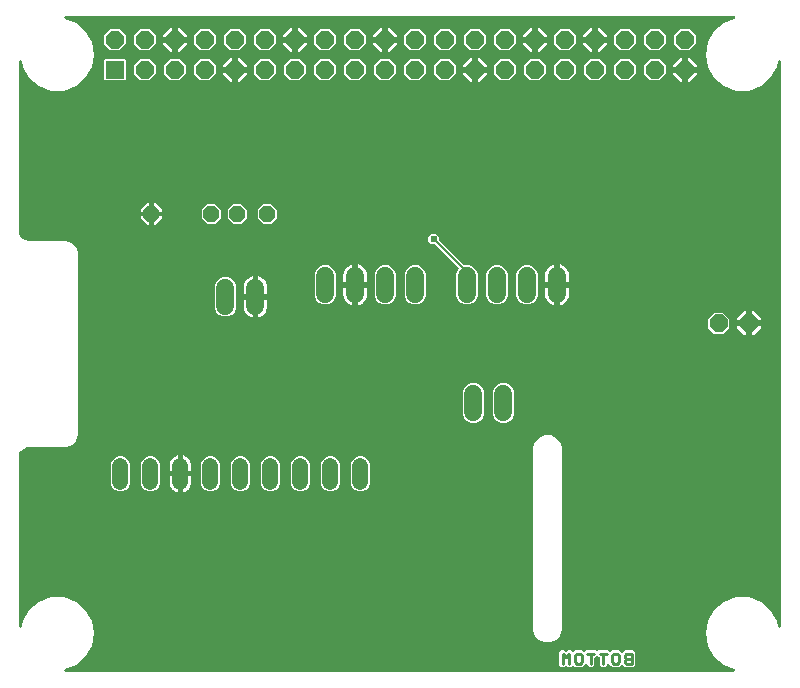
<source format=gbr>
G04 This is an RS-274x file exported by *
G04 gerbv version 2.6A *
G04 More information is available about gerbv at *
G04 http://gerbv.geda-project.org/ *
G04 --End of header info--*
%MOIN*%
%FSLAX34Y34*%
%IPPOS*%
%INBottom Copper*%
G04 --Define apertures--*
%ADD10C,0.0100*%
%ADD11R,0.0600X0.0600*%
%ADD12P,0.0649X8.0000X22.5000*%
%ADD13P,0.0649X8.0000X112.5000*%
%ADD14C,0.0520*%
%ADD15P,0.0563X8.0000X22.5000*%
%ADD16C,0.0594*%
%ADD17C,0.0060*%
%ADD18C,0.0240*%
G04 --Start main section--*
G36*
G01X0023932Y0000101D02*
G01X0023932Y0000101D01*
G01X0023936Y0000101D01*
G01X0023938Y0000101D01*
G01X0023941Y0000102D01*
G01X0023944Y0000103D01*
G01X0023948Y0000104D01*
G01X0023950Y0000105D01*
G01X0023952Y0000106D01*
G01X0023955Y0000108D01*
G01X0023959Y0000110D01*
G01X0023960Y0000112D01*
G01X0023962Y0000114D01*
G01X0023965Y0000116D01*
G01X0023968Y0000119D01*
G01X0023969Y0000121D01*
G01X0023970Y0000123D01*
G01X0023972Y0000127D01*
G01X0023974Y0000130D01*
G01X0023975Y0000132D01*
G01X0023976Y0000135D01*
G01X0023976Y0000138D01*
G01X0023978Y0000142D01*
G01X0023978Y0000144D01*
G01X0023978Y0000147D01*
G01X0023978Y0000151D01*
G01X0023978Y0000154D01*
G01X0023977Y0000157D01*
G01X0023977Y0000159D01*
G01X0023976Y0000163D01*
G01X0023975Y0000167D01*
G01X0023974Y0000169D01*
G01X0023973Y0000171D01*
G01X0023971Y0000174D01*
G01X0023970Y0000178D01*
G01X0023968Y0000180D01*
G01X0023967Y0000182D01*
G01X0023964Y0000184D01*
G01X0023961Y0000187D01*
G01X0023959Y0000189D01*
G01X0023958Y0000190D01*
G01X0023954Y0000192D01*
G01X0023951Y0000194D01*
G01X0023947Y0000196D01*
G01X0023947Y0000196D01*
G01X0023946Y0000197D01*
G01X0023945Y0000197D01*
G01X0023603Y0000322D01*
G01X0023278Y0000594D01*
G01X0023066Y0000961D01*
G01X0022993Y0001378D01*
G01X0023066Y0001795D01*
G01X0023278Y0002162D01*
G01X0023603Y0002434D01*
G01X0024001Y0002579D01*
G01X0024424Y0002579D01*
G01X0024822Y0002434D01*
G01X0025147Y0002162D01*
G01X0025359Y0001795D01*
G01X0025391Y0001610D01*
G01X0025392Y0001609D01*
G01X0025392Y0001607D01*
G01X0025394Y0001603D01*
G01X0025395Y0001598D01*
G01X0025396Y0001597D01*
G01X0025397Y0001595D01*
G01X0025399Y0001591D01*
G01X0025402Y0001588D01*
G01X0025403Y0001586D01*
G01X0025404Y0001585D01*
G01X0025407Y0001582D01*
G01X0025411Y0001579D01*
G01X0025412Y0001578D01*
G01X0025414Y0001577D01*
G01X0025418Y0001575D01*
G01X0025421Y0001573D01*
G01X0025423Y0001572D01*
G01X0025425Y0001572D01*
G01X0025429Y0001571D01*
G01X0025434Y0001570D01*
G01X0025436Y0001570D01*
G01X0025437Y0001569D01*
G01X0025442Y0001569D01*
G01X0025446Y0001569D01*
G01X0025448Y0001570D01*
G01X0025450Y0001570D01*
G01X0025454Y0001571D01*
G01X0025458Y0001572D01*
G01X0025460Y0001573D01*
G01X0025462Y0001574D01*
G01X0025465Y0001576D01*
G01X0025469Y0001578D01*
G01X0025471Y0001580D01*
G01X0025472Y0001581D01*
G01X0025475Y0001584D01*
G01X0025479Y0001587D01*
G01X0025480Y0001588D01*
G01X0025481Y0001590D01*
G01X0025483Y0001593D01*
G01X0025485Y0001597D01*
G01X0025486Y0001599D01*
G01X0025487Y0001601D01*
G01X0025488Y0001605D01*
G01X0025489Y0001609D01*
G01X0025490Y0001611D01*
G01X0025490Y0001613D01*
G01X0025491Y0001619D01*
G01X0025491Y0020428D01*
G01X0025490Y0020430D01*
G01X0025490Y0020432D01*
G01X0025489Y0020436D01*
G01X0025489Y0020441D01*
G01X0025488Y0020442D01*
G01X0025488Y0020444D01*
G01X0025486Y0020448D01*
G01X0025484Y0020452D01*
G01X0025483Y0020454D01*
G01X0025482Y0020456D01*
G01X0025480Y0020459D01*
G01X0025477Y0020462D01*
G01X0025476Y0020464D01*
G01X0025474Y0020465D01*
G01X0025471Y0020468D01*
G01X0025467Y0020470D01*
G01X0025466Y0020471D01*
G01X0025464Y0020472D01*
G01X0025460Y0020474D01*
G01X0025456Y0020476D01*
G01X0025454Y0020476D01*
G01X0025452Y0020477D01*
G01X0025448Y0020477D01*
G01X0025444Y0020478D01*
G01X0025442Y0020478D01*
G01X0025440Y0020478D01*
G01X0025436Y0020478D01*
G01X0025431Y0020477D01*
G01X0025429Y0020477D01*
G01X0025427Y0020476D01*
G01X0025423Y0020475D01*
G01X0025419Y0020473D01*
G01X0025418Y0020472D01*
G01X0025416Y0020472D01*
G01X0025412Y0020469D01*
G01X0025409Y0020467D01*
G01X0025407Y0020465D01*
G01X0025406Y0020464D01*
G01X0025403Y0020461D01*
G01X0025400Y0020458D01*
G01X0025399Y0020456D01*
G01X0025398Y0020454D01*
G01X0025396Y0020450D01*
G01X0025394Y0020447D01*
G01X0025394Y0020445D01*
G01X0025393Y0020443D01*
G01X0025391Y0020437D01*
G01X0025359Y0020252D01*
G01X0025147Y0019885D01*
G01X0024822Y0019613D01*
G01X0024424Y0019468D01*
G01X0024001Y0019468D01*
G01X0023603Y0019613D01*
G01X0023278Y0019885D01*
G01X0023066Y0020252D01*
G01X0022993Y0020669D01*
G01X0023066Y0021086D01*
G01X0023278Y0021453D01*
G01X0023603Y0021726D01*
G01X0023945Y0021850D01*
G01X0023949Y0021852D01*
G01X0023952Y0021853D01*
G01X0023954Y0021855D01*
G01X0023956Y0021856D01*
G01X0023959Y0021859D01*
G01X0023962Y0021861D01*
G01X0023964Y0021863D01*
G01X0023966Y0021864D01*
G01X0023968Y0021867D01*
G01X0023970Y0021870D01*
G01X0023971Y0021873D01*
G01X0023973Y0021875D01*
G01X0023974Y0021878D01*
G01X0023976Y0021882D01*
G01X0023976Y0021884D01*
G01X0023977Y0021886D01*
G01X0023977Y0021890D01*
G01X0023978Y0021894D01*
G01X0023978Y0021897D01*
G01X0023978Y0021899D01*
G01X0023978Y0021903D01*
G01X0023977Y0021907D01*
G01X0023977Y0021909D01*
G01X0023976Y0021911D01*
G01X0023975Y0021915D01*
G01X0023973Y0021918D01*
G01X0023972Y0021921D01*
G01X0023971Y0021923D01*
G01X0023969Y0021926D01*
G01X0023967Y0021929D01*
G01X0023965Y0021931D01*
G01X0023963Y0021933D01*
G01X0023960Y0021935D01*
G01X0023958Y0021938D01*
G01X0023955Y0021939D01*
G01X0023954Y0021940D01*
G01X0023950Y0021942D01*
G01X0023947Y0021944D01*
G01X0023944Y0021944D01*
G01X0023942Y0021945D01*
G01X0023938Y0021946D01*
G01X0023935Y0021947D01*
G01X0023930Y0021947D01*
G01X0023930Y0021947D01*
G01X0023929Y0021947D01*
G01X0023928Y0021947D01*
G01X0001662Y0021947D01*
G01X0001659Y0021947D01*
G01X0001655Y0021947D01*
G01X0001652Y0021946D01*
G01X0001650Y0021946D01*
G01X0001646Y0021944D01*
G01X0001643Y0021943D01*
G01X0001641Y0021942D01*
G01X0001638Y0021941D01*
G01X0001635Y0021939D01*
G01X0001632Y0021937D01*
G01X0001630Y0021935D01*
G01X0001628Y0021934D01*
G01X0001626Y0021931D01*
G01X0001623Y0021928D01*
G01X0001622Y0021926D01*
G01X0001620Y0021924D01*
G01X0001619Y0021921D01*
G01X0001617Y0021917D01*
G01X0001616Y0021915D01*
G01X0001615Y0021913D01*
G01X0001614Y0021909D01*
G01X0001613Y0021905D01*
G01X0001613Y0021903D01*
G01X0001612Y0021900D01*
G01X0001613Y0021897D01*
G01X0001613Y0021893D01*
G01X0001613Y0021890D01*
G01X0001613Y0021888D01*
G01X0001614Y0021884D01*
G01X0001615Y0021881D01*
G01X0001616Y0021878D01*
G01X0001617Y0021876D01*
G01X0001619Y0021873D01*
G01X0001621Y0021869D01*
G01X0001623Y0021868D01*
G01X0001624Y0021865D01*
G01X0001627Y0021863D01*
G01X0001629Y0021860D01*
G01X0001631Y0021859D01*
G01X0001633Y0021857D01*
G01X0001636Y0021855D01*
G01X0001639Y0021853D01*
G01X0001643Y0021851D01*
G01X0001644Y0021851D01*
G01X0001644Y0021851D01*
G01X0001645Y0021850D01*
G01X0001988Y0021726D01*
G01X0002312Y0021453D01*
G01X0002524Y0021086D01*
G01X0002598Y0020669D01*
G01X0002524Y0020252D01*
G01X0002312Y0019885D01*
G01X0001988Y0019613D01*
G01X0001590Y0019468D01*
G01X0001166Y0019468D01*
G01X0000768Y0019613D01*
G01X0000444Y0019885D01*
G01X0000232Y0020252D01*
G01X0000199Y0020437D01*
G01X0000199Y0020439D01*
G01X0000198Y0020441D01*
G01X0000197Y0020445D01*
G01X0000196Y0020449D01*
G01X0000194Y0020450D01*
G01X0000194Y0020452D01*
G01X0000191Y0020456D01*
G01X0000189Y0020459D01*
G01X0000188Y0020461D01*
G01X0000186Y0020462D01*
G01X0000183Y0020465D01*
G01X0000180Y0020468D01*
G01X0000178Y0020469D01*
G01X0000177Y0020470D01*
G01X0000173Y0020472D01*
G01X0000169Y0020474D01*
G01X0000167Y0020475D01*
G01X0000165Y0020476D01*
G01X0000161Y0020476D01*
G01X0000157Y0020478D01*
G01X0000155Y0020478D01*
G01X0000153Y0020478D01*
G01X0000149Y0020478D01*
G01X0000144Y0020478D01*
G01X0000143Y0020477D01*
G01X0000141Y0020477D01*
G01X0000137Y0020476D01*
G01X0000132Y0020475D01*
G01X0000131Y0020474D01*
G01X0000129Y0020473D01*
G01X0000125Y0020471D01*
G01X0000121Y0020469D01*
G01X0000120Y0020468D01*
G01X0000118Y0020467D01*
G01X0000115Y0020464D01*
G01X0000112Y0020461D01*
G01X0000111Y0020459D01*
G01X0000110Y0020458D01*
G01X0000108Y0020454D01*
G01X0000105Y0020450D01*
G01X0000104Y0020448D01*
G01X0000104Y0020447D01*
G01X0000102Y0020442D01*
G01X0000101Y0020438D01*
G01X0000101Y0020436D01*
G01X0000100Y0020434D01*
G01X0000100Y0020428D01*
G01X0000100Y0014764D01*
G01X0000100Y0014763D01*
G01X0000100Y0014759D01*
G01X0000105Y0014711D01*
G01X0000106Y0014707D01*
G01X0000106Y0014703D01*
G01X0000108Y0014700D01*
G01X0000108Y0014699D01*
G01X0000108Y0014699D01*
G01X0000109Y0014697D01*
G01X0000145Y0014609D01*
G01X0000145Y0014609D01*
G01X0000145Y0014609D01*
G01X0000148Y0014603D01*
G01X0000151Y0014598D01*
G01X0000151Y0014598D01*
G01X0000152Y0014598D01*
G01X0000156Y0014593D01*
G01X0000223Y0014526D01*
G01X0000223Y0014526D01*
G01X0000224Y0014525D01*
G01X0000228Y0014522D01*
G01X0000233Y0014518D01*
G01X0000233Y0014518D01*
G01X0000234Y0014518D01*
G01X0000239Y0014515D01*
G01X0000327Y0014479D01*
G01X0000331Y0014477D01*
G01X0000335Y0014476D01*
G01X0000338Y0014476D01*
G01X0000339Y0014475D01*
G01X0000340Y0014475D01*
G01X0000341Y0014475D01*
G01X0000389Y0014470D01*
G01X0000390Y0014470D01*
G01X0000394Y0014470D01*
G01X0001673Y0014470D01*
G01X0001854Y0014395D01*
G01X0001993Y0014256D01*
G01X0002069Y0014075D01*
G01X0002069Y0007973D01*
G01X0001993Y0007791D01*
G01X0001854Y0007652D01*
G01X0001673Y0007577D01*
G01X0000394Y0007577D01*
G01X0000393Y0007577D01*
G01X0000389Y0007577D01*
G01X0000341Y0007572D01*
G01X0000337Y0007571D01*
G01X0000333Y0007571D01*
G01X0000330Y0007570D01*
G01X0000329Y0007569D01*
G01X0000329Y0007569D01*
G01X0000327Y0007569D01*
G01X0000239Y0007532D01*
G01X0000239Y0007532D01*
G01X0000239Y0007532D01*
G01X0000233Y0007529D01*
G01X0000228Y0007526D01*
G01X0000228Y0007526D01*
G01X0000228Y0007526D01*
G01X0000223Y0007521D01*
G01X0000156Y0007454D01*
G01X0000156Y0007454D01*
G01X0000155Y0007454D01*
G01X0000152Y0007449D01*
G01X0000148Y0007444D01*
G01X0000148Y0007444D01*
G01X0000148Y0007444D01*
G01X0000145Y0007438D01*
G01X0000109Y0007350D01*
G01X0000107Y0007346D01*
G01X0000106Y0007342D01*
G01X0000105Y0007339D01*
G01X0000105Y0007338D01*
G01X0000105Y0007337D01*
G01X0000105Y0007336D01*
G01X0000100Y0007288D01*
G01X0000100Y0007288D01*
G01X0000100Y0007283D01*
G01X0000100Y0001619D01*
G01X0000100Y0001617D01*
G01X0000100Y0001615D01*
G01X0000101Y0001611D01*
G01X0000102Y0001607D01*
G01X0000102Y0001605D01*
G01X0000103Y0001603D01*
G01X0000105Y0001599D01*
G01X0000106Y0001595D01*
G01X0000107Y0001593D01*
G01X0000108Y0001592D01*
G01X0000111Y0001588D01*
G01X0000114Y0001585D01*
G01X0000115Y0001584D01*
G01X0000116Y0001582D01*
G01X0000120Y0001580D01*
G01X0000123Y0001577D01*
G01X0000125Y0001576D01*
G01X0000127Y0001575D01*
G01X0000131Y0001573D01*
G01X0000135Y0001572D01*
G01X0000136Y0001571D01*
G01X0000138Y0001571D01*
G01X0000143Y0001570D01*
G01X0000147Y0001569D01*
G01X0000149Y0001569D01*
G01X0000151Y0001569D01*
G01X0000155Y0001570D01*
G01X0000159Y0001570D01*
G01X0000161Y0001571D01*
G01X0000163Y0001571D01*
G01X0000167Y0001573D01*
G01X0000171Y0001574D01*
G01X0000173Y0001575D01*
G01X0000175Y0001576D01*
G01X0000178Y0001578D01*
G01X0000182Y0001581D01*
G01X0000183Y0001582D01*
G01X0000185Y0001583D01*
G01X0000187Y0001586D01*
G01X0000190Y0001590D01*
G01X0000191Y0001591D01*
G01X0000193Y0001593D01*
G01X0000194Y0001597D01*
G01X0000196Y0001601D01*
G01X0000197Y0001602D01*
G01X0000198Y0001604D01*
G01X0000199Y0001610D01*
G01X0000232Y0001795D01*
G01X0000444Y0002162D01*
G01X0000768Y0002434D01*
G01X0001166Y0002579D01*
G01X0001590Y0002579D01*
G01X0001988Y0002434D01*
G01X0002312Y0002162D01*
G01X0002524Y0001795D01*
G01X0002598Y0001378D01*
G01X0002524Y0000961D01*
G01X0002312Y0000594D01*
G01X0001988Y0000322D01*
G01X0001645Y0000197D01*
G01X0001642Y0000195D01*
G01X0001638Y0000194D01*
G01X0001636Y0000192D01*
G01X0001634Y0000191D01*
G01X0001631Y0000189D01*
G01X0001628Y0000186D01*
G01X0001627Y0000185D01*
G01X0001625Y0000183D01*
G01X0001623Y0000180D01*
G01X0001620Y0000177D01*
G01X0001619Y0000175D01*
G01X0001618Y0000173D01*
G01X0001616Y0000169D01*
G01X0001615Y0000165D01*
G01X0001614Y0000163D01*
G01X0001614Y0000161D01*
G01X0001613Y0000157D01*
G01X0001612Y0000153D01*
G01X0001613Y0000151D01*
G01X0001612Y0000148D01*
G01X0001613Y0000144D01*
G01X0001613Y0000141D01*
G01X0001614Y0000138D01*
G01X0001614Y0000136D01*
G01X0001616Y0000132D01*
G01X0001617Y0000129D01*
G01X0001618Y0000127D01*
G01X0001619Y0000124D01*
G01X0001622Y0000121D01*
G01X0001624Y0000118D01*
G01X0001626Y0000116D01*
G01X0001627Y0000115D01*
G01X0001630Y0000112D01*
G01X0001633Y0000110D01*
G01X0001635Y0000108D01*
G01X0001637Y0000107D01*
G01X0001641Y0000105D01*
G01X0001644Y0000104D01*
G01X0001646Y0000103D01*
G01X0001649Y0000102D01*
G01X0001652Y0000101D01*
G01X0001656Y0000100D01*
G01X0001660Y0000100D01*
G01X0001661Y0000100D01*
G01X0001661Y0000100D01*
G01X0001662Y0000100D01*
G01X0023928Y0000100D01*
G01X0023932Y0000101D01*
G37*
%LPC*%
G36*
G01X0017618Y0001081D02*
G01X0017618Y0001081D01*
G01X0017437Y0001156D01*
G01X0017298Y0001295D01*
G01X0017223Y0001477D01*
G01X0017223Y0007579D01*
G01X0017298Y0007760D01*
G01X0017437Y0007899D01*
G01X0017618Y0007974D01*
G01X0017815Y0007974D01*
G01X0017996Y0007899D01*
G01X0018135Y0007760D01*
G01X0018210Y0007579D01*
G01X0018210Y0001477D01*
G01X0018135Y0001295D01*
G01X0017996Y0001156D01*
G01X0017815Y0001081D01*
G01X0017618Y0001081D01*
G37*
G36*
G01X0020255Y0000284D02*
G01X0020255Y0000284D01*
G01X0020255Y0000284D01*
G01X0020239Y0000301D01*
G01X0020231Y0000308D01*
G01X0020228Y0000311D01*
G01X0020224Y0000314D01*
G01X0020223Y0000315D01*
G01X0020221Y0000316D01*
G01X0020217Y0000318D01*
G01X0020213Y0000320D01*
G01X0020211Y0000320D01*
G01X0020210Y0000321D01*
G01X0020205Y0000322D01*
G01X0020201Y0000323D01*
G01X0020199Y0000323D01*
G01X0020197Y0000323D01*
G01X0020193Y0000323D01*
G01X0020188Y0000322D01*
G01X0020187Y0000322D01*
G01X0020185Y0000322D01*
G01X0020181Y0000320D01*
G01X0020176Y0000319D01*
G01X0020175Y0000318D01*
G01X0020173Y0000318D01*
G01X0020169Y0000315D01*
G01X0020165Y0000313D01*
G01X0020164Y0000311D01*
G01X0020163Y0000311D01*
G01X0020162Y0000310D01*
G01X0020161Y0000308D01*
G01X0020093Y0000241D01*
G01X0019931Y0000241D01*
G01X0019885Y0000241D01*
G01X0019841Y0000284D01*
G01X0019841Y0000284D01*
G01X0019822Y0000303D01*
G01X0019770Y0000356D01*
G01X0019765Y0000359D01*
G01X0019761Y0000362D01*
G01X0019760Y0000363D01*
G01X0019760Y0000363D01*
G01X0019755Y0000365D01*
G01X0019750Y0000368D01*
G01X0019749Y0000368D01*
G01X0019748Y0000368D01*
G01X0019743Y0000369D01*
G01X0019738Y0000370D01*
G01X0019737Y0000370D01*
G01X0019736Y0000370D01*
G01X0019730Y0000370D01*
G01X0019725Y0000369D01*
G01X0019724Y0000369D01*
G01X0019723Y0000369D01*
G01X0019718Y0000367D01*
G01X0019713Y0000366D01*
G01X0019712Y0000365D01*
G01X0019712Y0000365D01*
G01X0019707Y0000362D01*
G01X0019703Y0000359D01*
G01X0019702Y0000358D01*
G01X0019701Y0000358D01*
G01X0019698Y0000354D01*
G01X0019694Y0000350D01*
G01X0019694Y0000349D01*
G01X0019693Y0000348D01*
G01X0019691Y0000344D01*
G01X0019688Y0000339D01*
G01X0019688Y0000338D01*
G01X0019687Y0000337D01*
G01X0019686Y0000332D01*
G01X0019685Y0000327D01*
G01X0019685Y0000326D01*
G01X0019685Y0000325D01*
G01X0019685Y0000324D01*
G01X0019684Y0000320D01*
G01X0019684Y0000305D01*
G01X0019620Y0000241D01*
G01X0019529Y0000241D01*
G01X0019464Y0000305D01*
G01X0019464Y0000541D01*
G01X0019464Y0000546D01*
G01X0019463Y0000550D01*
G01X0019463Y0000552D01*
G01X0019463Y0000553D01*
G01X0019461Y0000558D01*
G01X0019460Y0000562D01*
G01X0019459Y0000563D01*
G01X0019458Y0000565D01*
G01X0019455Y0000569D01*
G01X0019453Y0000573D01*
G01X0019452Y0000574D01*
G01X0019451Y0000575D01*
G01X0019447Y0000578D01*
G01X0019444Y0000581D01*
G01X0019442Y0000582D01*
G01X0019441Y0000583D01*
G01X0019437Y0000585D01*
G01X0019433Y0000587D01*
G01X0019431Y0000588D01*
G01X0019430Y0000588D01*
G01X0019425Y0000589D01*
G01X0019421Y0000590D01*
G01X0019418Y0000591D01*
G01X0019418Y0000591D01*
G01X0019417Y0000591D01*
G01X0019414Y0000591D01*
G01X0019412Y0000591D01*
G01X0019403Y0000600D01*
G01X0019399Y0000603D01*
G01X0019395Y0000606D01*
G01X0019394Y0000607D01*
G01X0019393Y0000608D01*
G01X0019388Y0000610D01*
G01X0019384Y0000612D01*
G01X0019383Y0000612D01*
G01X0019381Y0000613D01*
G01X0019376Y0000614D01*
G01X0019372Y0000615D01*
G01X0019370Y0000615D01*
G01X0019369Y0000615D01*
G01X0019364Y0000615D01*
G01X0019359Y0000614D01*
G01X0019358Y0000614D01*
G01X0019356Y0000614D01*
G01X0019352Y0000612D01*
G01X0019347Y0000611D01*
G01X0019346Y0000610D01*
G01X0019345Y0000610D01*
G01X0019341Y0000607D01*
G01X0019337Y0000605D01*
G01X0019335Y0000603D01*
G01X0019334Y0000603D01*
G01X0019334Y0000602D01*
G01X0019332Y0000600D01*
G01X0019322Y0000591D01*
G01X0019320Y0000591D01*
G01X0019315Y0000590D01*
G01X0019311Y0000590D01*
G01X0019309Y0000589D01*
G01X0019308Y0000589D01*
G01X0019303Y0000588D01*
G01X0019299Y0000586D01*
G01X0019297Y0000585D01*
G01X0019296Y0000585D01*
G01X0019292Y0000582D01*
G01X0019288Y0000579D01*
G01X0019287Y0000578D01*
G01X0019286Y0000577D01*
G01X0019283Y0000574D01*
G01X0019280Y0000570D01*
G01X0019279Y0000569D01*
G01X0019278Y0000568D01*
G01X0019276Y0000563D01*
G01X0019274Y0000559D01*
G01X0019273Y0000558D01*
G01X0019272Y0000556D01*
G01X0019272Y0000552D01*
G01X0019270Y0000547D01*
G01X0019270Y0000545D01*
G01X0019270Y0000544D01*
G01X0019270Y0000543D01*
G01X0019270Y0000541D01*
G01X0019270Y0000305D01*
G01X0019206Y0000241D01*
G01X0019114Y0000241D01*
G01X0019050Y0000305D01*
G01X0019050Y0000320D01*
G01X0019049Y0000326D01*
G01X0019049Y0000331D01*
G01X0019049Y0000332D01*
G01X0019048Y0000333D01*
G01X0019046Y0000338D01*
G01X0019045Y0000343D01*
G01X0019044Y0000344D01*
G01X0019044Y0000344D01*
G01X0019041Y0000349D01*
G01X0019038Y0000353D01*
G01X0019037Y0000354D01*
G01X0019036Y0000354D01*
G01X0019032Y0000358D01*
G01X0019028Y0000362D01*
G01X0019027Y0000362D01*
G01X0019027Y0000362D01*
G01X0019022Y0000365D01*
G01X0019017Y0000367D01*
G01X0019016Y0000367D01*
G01X0019015Y0000368D01*
G01X0019010Y0000369D01*
G01X0019005Y0000370D01*
G01X0019004Y0000370D01*
G01X0019003Y0000370D01*
G01X0018998Y0000370D01*
G01X0018992Y0000370D01*
G01X0018991Y0000369D01*
G01X0018991Y0000369D01*
G01X0018985Y0000368D01*
G01X0018980Y0000366D01*
G01X0018980Y0000366D01*
G01X0018979Y0000366D01*
G01X0018974Y0000363D01*
G01X0018969Y0000360D01*
G01X0018969Y0000359D01*
G01X0018968Y0000359D01*
G01X0018968Y0000358D01*
G01X0018965Y0000356D01*
G01X0018929Y0000320D01*
G01X0018850Y0000241D01*
G01X0018688Y0000241D01*
G01X0018642Y0000241D01*
G01X0018603Y0000279D01*
G01X0018599Y0000282D01*
G01X0018596Y0000285D01*
G01X0018594Y0000286D01*
G01X0018593Y0000287D01*
G01X0018589Y0000289D01*
G01X0018585Y0000291D01*
G01X0018583Y0000291D01*
G01X0018582Y0000292D01*
G01X0018577Y0000293D01*
G01X0018572Y0000294D01*
G01X0018571Y0000294D01*
G01X0018569Y0000294D01*
G01X0018565Y0000293D01*
G01X0018560Y0000293D01*
G01X0018558Y0000293D01*
G01X0018557Y0000293D01*
G01X0018552Y0000291D01*
G01X0018548Y0000290D01*
G01X0018546Y0000289D01*
G01X0018545Y0000288D01*
G01X0018541Y0000286D01*
G01X0018537Y0000283D01*
G01X0018535Y0000282D01*
G01X0018535Y0000281D01*
G01X0018534Y0000281D01*
G01X0018532Y0000279D01*
G01X0018494Y0000241D01*
G01X0018402Y0000241D01*
G01X0018367Y0000276D01*
G01X0018363Y0000279D01*
G01X0018359Y0000282D01*
G01X0018358Y0000283D01*
G01X0018357Y0000284D01*
G01X0018352Y0000286D01*
G01X0018348Y0000288D01*
G01X0018347Y0000288D01*
G01X0018345Y0000289D01*
G01X0018341Y0000290D01*
G01X0018336Y0000291D01*
G01X0018334Y0000291D01*
G01X0018333Y0000291D01*
G01X0018328Y0000291D01*
G01X0018324Y0000290D01*
G01X0018322Y0000290D01*
G01X0018320Y0000290D01*
G01X0018316Y0000288D01*
G01X0018311Y0000287D01*
G01X0018310Y0000286D01*
G01X0018309Y0000286D01*
G01X0018305Y0000283D01*
G01X0018301Y0000281D01*
G01X0018299Y0000279D01*
G01X0018298Y0000279D01*
G01X0018298Y0000278D01*
G01X0018296Y0000276D01*
G01X0018260Y0000241D01*
G01X0018169Y0000241D01*
G01X0018104Y0000305D01*
G01X0018104Y0000746D01*
G01X0018169Y0000811D01*
G01X0018260Y0000811D01*
G01X0018296Y0000775D01*
G01X0018300Y0000772D01*
G01X0018303Y0000769D01*
G01X0018305Y0000768D01*
G01X0018306Y0000767D01*
G01X0018310Y0000766D01*
G01X0018314Y0000763D01*
G01X0018316Y0000763D01*
G01X0018317Y0000762D01*
G01X0018322Y0000762D01*
G01X0018327Y0000761D01*
G01X0018328Y0000761D01*
G01X0018330Y0000760D01*
G01X0018334Y0000761D01*
G01X0018339Y0000761D01*
G01X0018341Y0000761D01*
G01X0018342Y0000762D01*
G01X0018347Y0000763D01*
G01X0018351Y0000765D01*
G01X0018352Y0000765D01*
G01X0018354Y0000766D01*
G01X0018358Y0000769D01*
G01X0018362Y0000771D01*
G01X0018364Y0000772D01*
G01X0018364Y0000773D01*
G01X0018365Y0000774D01*
G01X0018367Y0000775D01*
G01X0018402Y0000811D01*
G01X0018494Y0000811D01*
G01X0018532Y0000772D01*
G01X0018536Y0000769D01*
G01X0018540Y0000766D01*
G01X0018541Y0000766D01*
G01X0018542Y0000765D01*
G01X0018547Y0000763D01*
G01X0018551Y0000761D01*
G01X0018552Y0000760D01*
G01X0018554Y0000760D01*
G01X0018558Y0000759D01*
G01X0018563Y0000758D01*
G01X0018564Y0000758D01*
G01X0018566Y0000758D01*
G01X0018571Y0000758D01*
G01X0018575Y0000758D01*
G01X0018577Y0000759D01*
G01X0018579Y0000759D01*
G01X0018583Y0000760D01*
G01X0018587Y0000762D01*
G01X0018589Y0000762D01*
G01X0018590Y0000763D01*
G01X0018594Y0000766D01*
G01X0018598Y0000768D01*
G01X0018600Y0000770D01*
G01X0018601Y0000770D01*
G01X0018601Y0000771D01*
G01X0018603Y0000772D01*
G01X0018642Y0000811D01*
G01X0018738Y0000811D01*
G01X0018805Y0000811D01*
G01X0018850Y0000811D01*
G01X0018888Y0000772D01*
G01X0018892Y0000769D01*
G01X0018896Y0000766D01*
G01X0018897Y0000766D01*
G01X0018898Y0000765D01*
G01X0018903Y0000763D01*
G01X0018907Y0000761D01*
G01X0018908Y0000760D01*
G01X0018910Y0000760D01*
G01X0018914Y0000759D01*
G01X0018919Y0000758D01*
G01X0018920Y0000758D01*
G01X0018922Y0000758D01*
G01X0018927Y0000758D01*
G01X0018931Y0000758D01*
G01X0018933Y0000759D01*
G01X0018935Y0000759D01*
G01X0018939Y0000760D01*
G01X0018943Y0000762D01*
G01X0018945Y0000762D01*
G01X0018946Y0000763D01*
G01X0018950Y0000766D01*
G01X0018954Y0000768D01*
G01X0018956Y0000770D01*
G01X0018957Y0000770D01*
G01X0018957Y0000771D01*
G01X0018959Y0000772D01*
G01X0018998Y0000811D01*
G01X0019322Y0000811D01*
G01X0019332Y0000801D01*
G01X0019336Y0000799D01*
G01X0019339Y0000795D01*
G01X0019340Y0000795D01*
G01X0019342Y0000794D01*
G01X0019346Y0000792D01*
G01X0019350Y0000790D01*
G01X0019352Y0000789D01*
G01X0019353Y0000789D01*
G01X0019358Y0000788D01*
G01X0019362Y0000787D01*
G01X0019364Y0000787D01*
G01X0019366Y0000787D01*
G01X0019370Y0000787D01*
G01X0019375Y0000787D01*
G01X0019376Y0000788D01*
G01X0019378Y0000788D01*
G01X0019382Y0000790D01*
G01X0019387Y0000791D01*
G01X0019388Y0000792D01*
G01X0019390Y0000792D01*
G01X0019394Y0000795D01*
G01X0019398Y0000797D01*
G01X0019400Y0000799D01*
G01X0019400Y0000799D01*
G01X0019401Y0000800D01*
G01X0019403Y0000801D01*
G01X0019412Y0000811D01*
G01X0019737Y0000811D01*
G01X0019775Y0000772D01*
G01X0019779Y0000769D01*
G01X0019783Y0000766D01*
G01X0019784Y0000766D01*
G01X0019785Y0000765D01*
G01X0019790Y0000763D01*
G01X0019794Y0000761D01*
G01X0019795Y0000760D01*
G01X0019797Y0000760D01*
G01X0019801Y0000759D01*
G01X0019806Y0000758D01*
G01X0019808Y0000758D01*
G01X0019809Y0000758D01*
G01X0019814Y0000758D01*
G01X0019819Y0000758D01*
G01X0019820Y0000759D01*
G01X0019822Y0000759D01*
G01X0019826Y0000760D01*
G01X0019831Y0000762D01*
G01X0019832Y0000762D01*
G01X0019833Y0000763D01*
G01X0019837Y0000766D01*
G01X0019841Y0000768D01*
G01X0019843Y0000770D01*
G01X0019844Y0000770D01*
G01X0019844Y0000771D01*
G01X0019846Y0000772D01*
G01X0019885Y0000811D01*
G01X0019981Y0000811D01*
G01X0020048Y0000811D01*
G01X0020093Y0000811D01*
G01X0020155Y0000748D01*
G01X0020161Y0000743D01*
G01X0020164Y0000740D01*
G01X0020168Y0000737D01*
G01X0020169Y0000736D01*
G01X0020170Y0000735D01*
G01X0020175Y0000734D01*
G01X0020179Y0000731D01*
G01X0020180Y0000731D01*
G01X0020182Y0000730D01*
G01X0020187Y0000730D01*
G01X0020191Y0000729D01*
G01X0020193Y0000729D01*
G01X0020194Y0000728D01*
G01X0020199Y0000729D01*
G01X0020204Y0000729D01*
G01X0020205Y0000729D01*
G01X0020207Y0000730D01*
G01X0020211Y0000731D01*
G01X0020216Y0000732D01*
G01X0020217Y0000733D01*
G01X0020219Y0000734D01*
G01X0020222Y0000736D01*
G01X0020226Y0000739D01*
G01X0020228Y0000740D01*
G01X0020229Y0000741D01*
G01X0020229Y0000741D01*
G01X0020231Y0000743D01*
G01X0020255Y0000767D01*
G01X0020299Y0000811D01*
G01X0020565Y0000811D01*
G01X0020630Y0000746D01*
G01X0020630Y0000305D01*
G01X0020565Y0000241D01*
G01X0020344Y0000241D01*
G01X0020299Y0000241D01*
G01X0020255Y0000284D01*
G37*
G36*
G01X0014964Y0012338D02*
G01X0014964Y0012338D01*
G01X0014833Y0012393D01*
G01X0014733Y0012493D01*
G01X0014679Y0012624D01*
G01X0014679Y0013360D01*
G01X0014733Y0013491D01*
G01X0014742Y0013500D01*
G01X0014745Y0013504D01*
G01X0014748Y0013507D01*
G01X0014749Y0013509D01*
G01X0014750Y0013510D01*
G01X0014751Y0013514D01*
G01X0014754Y0013519D01*
G01X0014754Y0013520D01*
G01X0014755Y0013521D01*
G01X0014755Y0013526D01*
G01X0014756Y0013531D01*
G01X0014756Y0013532D01*
G01X0014756Y0013534D01*
G01X0014756Y0013539D01*
G01X0014756Y0013543D01*
G01X0014755Y0013545D01*
G01X0014755Y0013546D01*
G01X0014754Y0013551D01*
G01X0014752Y0013555D01*
G01X0014752Y0013557D01*
G01X0014751Y0013558D01*
G01X0014748Y0013562D01*
G01X0014746Y0013566D01*
G01X0014744Y0013568D01*
G01X0014744Y0013568D01*
G01X0014743Y0013569D01*
G01X0014742Y0013571D01*
G01X0013987Y0014325D01*
G01X0013984Y0014328D01*
G01X0013981Y0014330D01*
G01X0013979Y0014332D01*
G01X0013977Y0014333D01*
G01X0013974Y0014335D01*
G01X0013970Y0014336D01*
G01X0013968Y0014337D01*
G01X0013966Y0014338D01*
G01X0013962Y0014339D01*
G01X0013958Y0014340D01*
G01X0013954Y0014340D01*
G01X0013954Y0014340D01*
G01X0013953Y0014340D01*
G01X0013952Y0014340D01*
G01X0013845Y0014340D01*
G01X0013740Y0014445D01*
G01X0013740Y0014595D01*
G01X0013845Y0014700D01*
G01X0013995Y0014700D01*
G01X0014100Y0014595D01*
G01X0014100Y0014488D01*
G01X0014101Y0014484D01*
G01X0014101Y0014480D01*
G01X0014101Y0014478D01*
G01X0014102Y0014476D01*
G01X0014103Y0014472D01*
G01X0014104Y0014468D01*
G01X0014105Y0014466D01*
G01X0014106Y0014464D01*
G01X0014109Y0014461D01*
G01X0014110Y0014457D01*
G01X0014113Y0014454D01*
G01X0014114Y0014454D01*
G01X0014114Y0014454D01*
G01X0014115Y0014453D01*
G01X0014910Y0013657D01*
G01X0014911Y0013656D01*
G01X0014912Y0013655D01*
G01X0014916Y0013652D01*
G01X0014920Y0013649D01*
G01X0014921Y0013649D01*
G01X0014922Y0013648D01*
G01X0014927Y0013646D01*
G01X0014932Y0013644D01*
G01X0014933Y0013644D01*
G01X0014934Y0013644D01*
G01X0014939Y0013643D01*
G01X0014944Y0013642D01*
G01X0014945Y0013642D01*
G01X0014946Y0013642D01*
G01X0014952Y0013643D01*
G01X0014957Y0013643D01*
G01X0014958Y0013644D01*
G01X0014959Y0013644D01*
G01X0014964Y0013646D01*
G01X0015106Y0013646D01*
G01X0015238Y0013592D01*
G01X0015338Y0013491D01*
G01X0015392Y0013360D01*
G01X0015392Y0012624D01*
G01X0015338Y0012493D01*
G01X0015238Y0012393D01*
G01X0015106Y0012338D01*
G01X0014964Y0012338D01*
G37*
G36*
G01X0010240Y0012338D02*
G01X0010240Y0012338D01*
G01X0010109Y0012393D01*
G01X0010008Y0012493D01*
G01X0009954Y0012624D01*
G01X0009954Y0013360D01*
G01X0010008Y0013491D01*
G01X0010109Y0013592D01*
G01X0010240Y0013646D01*
G01X0010382Y0013646D01*
G01X0010513Y0013592D01*
G01X0010614Y0013491D01*
G01X0010668Y0013360D01*
G01X0010668Y0012624D01*
G01X0010614Y0012493D01*
G01X0010513Y0012393D01*
G01X0010382Y0012338D01*
G01X0010240Y0012338D01*
G37*
G36*
G01X0012240Y0012338D02*
G01X0012240Y0012338D01*
G01X0012109Y0012393D01*
G01X0012008Y0012493D01*
G01X0011954Y0012624D01*
G01X0011954Y0013360D01*
G01X0012008Y0013491D01*
G01X0012109Y0013592D01*
G01X0012240Y0013646D01*
G01X0012382Y0013646D01*
G01X0012513Y0013592D01*
G01X0012614Y0013491D01*
G01X0012668Y0013360D01*
G01X0012668Y0012624D01*
G01X0012614Y0012493D01*
G01X0012513Y0012393D01*
G01X0012382Y0012338D01*
G01X0012240Y0012338D01*
G37*
G36*
G01X0013240Y0012338D02*
G01X0013240Y0012338D01*
G01X0013109Y0012393D01*
G01X0013008Y0012493D01*
G01X0012954Y0012624D01*
G01X0012954Y0013360D01*
G01X0013008Y0013491D01*
G01X0013109Y0013592D01*
G01X0013240Y0013646D01*
G01X0013382Y0013646D01*
G01X0013513Y0013592D01*
G01X0013614Y0013491D01*
G01X0013668Y0013360D01*
G01X0013668Y0012624D01*
G01X0013614Y0012493D01*
G01X0013513Y0012393D01*
G01X0013382Y0012338D01*
G01X0013240Y0012338D01*
G37*
G36*
G01X0015964Y0012338D02*
G01X0015964Y0012338D01*
G01X0015833Y0012393D01*
G01X0015733Y0012493D01*
G01X0015679Y0012624D01*
G01X0015679Y0013360D01*
G01X0015733Y0013491D01*
G01X0015833Y0013592D01*
G01X0015964Y0013646D01*
G01X0016106Y0013646D01*
G01X0016238Y0013592D01*
G01X0016338Y0013491D01*
G01X0016392Y0013360D01*
G01X0016392Y0012624D01*
G01X0016338Y0012493D01*
G01X0016238Y0012393D01*
G01X0016106Y0012338D01*
G01X0015964Y0012338D01*
G37*
G36*
G01X0016964Y0012338D02*
G01X0016964Y0012338D01*
G01X0016833Y0012393D01*
G01X0016733Y0012493D01*
G01X0016679Y0012624D01*
G01X0016679Y0013360D01*
G01X0016733Y0013491D01*
G01X0016833Y0013592D01*
G01X0016964Y0013646D01*
G01X0017106Y0013646D01*
G01X0017238Y0013592D01*
G01X0017338Y0013491D01*
G01X0017392Y0013360D01*
G01X0017392Y0012624D01*
G01X0017338Y0012493D01*
G01X0017238Y0012393D01*
G01X0017106Y0012338D01*
G01X0016964Y0012338D01*
G37*
G36*
G01X0016177Y0008401D02*
G01X0016177Y0008401D01*
G01X0016046Y0008456D01*
G01X0015945Y0008556D01*
G01X0015891Y0008687D01*
G01X0015891Y0009423D01*
G01X0015945Y0009554D01*
G01X0016046Y0009655D01*
G01X0016177Y0009709D01*
G01X0016319Y0009709D01*
G01X0016450Y0009655D01*
G01X0016551Y0009554D01*
G01X0016605Y0009423D01*
G01X0016605Y0008687D01*
G01X0016551Y0008556D01*
G01X0016450Y0008456D01*
G01X0016319Y0008401D01*
G01X0016177Y0008401D01*
G37*
G36*
G01X0015177Y0008401D02*
G01X0015177Y0008401D01*
G01X0015046Y0008456D01*
G01X0014945Y0008556D01*
G01X0014891Y0008687D01*
G01X0014891Y0009423D01*
G01X0014945Y0009554D01*
G01X0015046Y0009655D01*
G01X0015177Y0009709D01*
G01X0015319Y0009709D01*
G01X0015450Y0009655D01*
G01X0015551Y0009554D01*
G01X0015605Y0009423D01*
G01X0015605Y0008687D01*
G01X0015551Y0008556D01*
G01X0015450Y0008456D01*
G01X0015319Y0008401D01*
G01X0015177Y0008401D01*
G37*
G36*
G01X0006909Y0011945D02*
G01X0006909Y0011945D01*
G01X0006778Y0011999D01*
G01X0006678Y0012099D01*
G01X0006623Y0012231D01*
G01X0006623Y0012966D01*
G01X0006678Y0013097D01*
G01X0006778Y0013198D01*
G01X0006909Y0013252D01*
G01X0007051Y0013252D01*
G01X0007182Y0013198D01*
G01X0007283Y0013097D01*
G01X0007337Y0012966D01*
G01X0007337Y0012231D01*
G01X0007283Y0012099D01*
G01X0007182Y0011999D01*
G01X0007051Y0011945D01*
G01X0006909Y0011945D01*
G37*
G36*
G01X0003417Y0006113D02*
G01X0003417Y0006113D01*
G01X0003299Y0006162D01*
G01X0003209Y0006252D01*
G01X0003160Y0006369D01*
G01X0003160Y0007017D01*
G01X0003209Y0007134D01*
G01X0003299Y0007224D01*
G01X0003417Y0007273D01*
G01X0003544Y0007273D01*
G01X0003662Y0007224D01*
G01X0003752Y0007134D01*
G01X0003800Y0007017D01*
G01X0003800Y0006369D01*
G01X0003752Y0006252D01*
G01X0003662Y0006162D01*
G01X0003544Y0006113D01*
G01X0003417Y0006113D01*
G37*
G36*
G01X0004417Y0006113D02*
G01X0004417Y0006113D01*
G01X0004299Y0006162D01*
G01X0004209Y0006252D01*
G01X0004160Y0006369D01*
G01X0004160Y0007017D01*
G01X0004209Y0007134D01*
G01X0004299Y0007224D01*
G01X0004417Y0007273D01*
G01X0004544Y0007273D01*
G01X0004662Y0007224D01*
G01X0004752Y0007134D01*
G01X0004800Y0007017D01*
G01X0004800Y0006369D01*
G01X0004752Y0006252D01*
G01X0004662Y0006162D01*
G01X0004544Y0006113D01*
G01X0004417Y0006113D01*
G37*
G36*
G01X0006417Y0006113D02*
G01X0006417Y0006113D01*
G01X0006299Y0006162D01*
G01X0006209Y0006252D01*
G01X0006160Y0006369D01*
G01X0006160Y0007017D01*
G01X0006209Y0007134D01*
G01X0006299Y0007224D01*
G01X0006417Y0007273D01*
G01X0006544Y0007273D01*
G01X0006662Y0007224D01*
G01X0006752Y0007134D01*
G01X0006800Y0007017D01*
G01X0006800Y0006369D01*
G01X0006752Y0006252D01*
G01X0006662Y0006162D01*
G01X0006544Y0006113D01*
G01X0006417Y0006113D01*
G37*
G36*
G01X0007417Y0006113D02*
G01X0007417Y0006113D01*
G01X0007299Y0006162D01*
G01X0007209Y0006252D01*
G01X0007160Y0006369D01*
G01X0007160Y0007017D01*
G01X0007209Y0007134D01*
G01X0007299Y0007224D01*
G01X0007417Y0007273D01*
G01X0007544Y0007273D01*
G01X0007662Y0007224D01*
G01X0007752Y0007134D01*
G01X0007800Y0007017D01*
G01X0007800Y0006369D01*
G01X0007752Y0006252D01*
G01X0007662Y0006162D01*
G01X0007544Y0006113D01*
G01X0007417Y0006113D01*
G37*
G36*
G01X0008417Y0006113D02*
G01X0008417Y0006113D01*
G01X0008299Y0006162D01*
G01X0008209Y0006252D01*
G01X0008160Y0006369D01*
G01X0008160Y0007017D01*
G01X0008209Y0007134D01*
G01X0008299Y0007224D01*
G01X0008417Y0007273D01*
G01X0008544Y0007273D01*
G01X0008662Y0007224D01*
G01X0008752Y0007134D01*
G01X0008800Y0007017D01*
G01X0008800Y0006369D01*
G01X0008752Y0006252D01*
G01X0008662Y0006162D01*
G01X0008544Y0006113D01*
G01X0008417Y0006113D01*
G37*
G36*
G01X0011417Y0006113D02*
G01X0011417Y0006113D01*
G01X0011299Y0006162D01*
G01X0011209Y0006252D01*
G01X0011160Y0006369D01*
G01X0011160Y0007017D01*
G01X0011209Y0007134D01*
G01X0011299Y0007224D01*
G01X0011417Y0007273D01*
G01X0011544Y0007273D01*
G01X0011662Y0007224D01*
G01X0011752Y0007134D01*
G01X0011800Y0007017D01*
G01X0011800Y0006369D01*
G01X0011752Y0006252D01*
G01X0011662Y0006162D01*
G01X0011544Y0006113D01*
G01X0011417Y0006113D01*
G37*
G36*
G01X0009417Y0006113D02*
G01X0009417Y0006113D01*
G01X0009299Y0006162D01*
G01X0009209Y0006252D01*
G01X0009160Y0006369D01*
G01X0009160Y0007017D01*
G01X0009209Y0007134D01*
G01X0009299Y0007224D01*
G01X0009417Y0007273D01*
G01X0009544Y0007273D01*
G01X0009662Y0007224D01*
G01X0009752Y0007134D01*
G01X0009800Y0007017D01*
G01X0009800Y0006369D01*
G01X0009752Y0006252D01*
G01X0009662Y0006162D01*
G01X0009544Y0006113D01*
G01X0009417Y0006113D01*
G37*
G36*
G01X0010417Y0006113D02*
G01X0010417Y0006113D01*
G01X0010299Y0006162D01*
G01X0010209Y0006252D01*
G01X0010160Y0006369D01*
G01X0010160Y0007017D01*
G01X0010209Y0007134D01*
G01X0010299Y0007224D01*
G01X0010417Y0007273D01*
G01X0010544Y0007273D01*
G01X0010662Y0007224D01*
G01X0010752Y0007134D01*
G01X0010800Y0007017D01*
G01X0010800Y0006369D01*
G01X0010752Y0006252D01*
G01X0010662Y0006162D01*
G01X0010544Y0006113D01*
G01X0010417Y0006113D01*
G37*
G36*
G01X0002970Y0019809D02*
G01X0002970Y0019809D01*
G01X0002935Y0019844D01*
G01X0002935Y0020494D01*
G01X0002970Y0020529D01*
G01X0003620Y0020529D01*
G01X0003655Y0020494D01*
G01X0003655Y0019844D01*
G01X0003620Y0019809D01*
G01X0002970Y0019809D01*
G37*
G36*
G01X0021146Y0019809D02*
G01X0021146Y0019809D01*
G01X0020935Y0020020D01*
G01X0020935Y0020318D01*
G01X0021146Y0020529D01*
G01X0021444Y0020529D01*
G01X0021655Y0020318D01*
G01X0021655Y0020020D01*
G01X0021444Y0019809D01*
G01X0021146Y0019809D01*
G37*
G36*
G01X0020146Y0019809D02*
G01X0020146Y0019809D01*
G01X0019935Y0020020D01*
G01X0019935Y0020318D01*
G01X0020146Y0020529D01*
G01X0020444Y0020529D01*
G01X0020655Y0020318D01*
G01X0020655Y0020020D01*
G01X0020444Y0019809D01*
G01X0020146Y0019809D01*
G37*
G36*
G01X0019146Y0019809D02*
G01X0019146Y0019809D01*
G01X0018935Y0020020D01*
G01X0018935Y0020318D01*
G01X0019146Y0020529D01*
G01X0019444Y0020529D01*
G01X0019655Y0020318D01*
G01X0019655Y0020020D01*
G01X0019444Y0019809D01*
G01X0019146Y0019809D01*
G37*
G36*
G01X0018146Y0019809D02*
G01X0018146Y0019809D01*
G01X0017935Y0020020D01*
G01X0017935Y0020318D01*
G01X0018146Y0020529D01*
G01X0018444Y0020529D01*
G01X0018655Y0020318D01*
G01X0018655Y0020020D01*
G01X0018444Y0019809D01*
G01X0018146Y0019809D01*
G37*
G36*
G01X0017146Y0019809D02*
G01X0017146Y0019809D01*
G01X0016935Y0020020D01*
G01X0016935Y0020318D01*
G01X0017146Y0020529D01*
G01X0017444Y0020529D01*
G01X0017655Y0020318D01*
G01X0017655Y0020020D01*
G01X0017444Y0019809D01*
G01X0017146Y0019809D01*
G37*
G36*
G01X0016146Y0019809D02*
G01X0016146Y0019809D01*
G01X0015935Y0020020D01*
G01X0015935Y0020318D01*
G01X0016146Y0020529D01*
G01X0016444Y0020529D01*
G01X0016655Y0020318D01*
G01X0016655Y0020020D01*
G01X0016444Y0019809D01*
G01X0016146Y0019809D01*
G37*
G36*
G01X0014146Y0019809D02*
G01X0014146Y0019809D01*
G01X0013935Y0020020D01*
G01X0013935Y0020318D01*
G01X0014146Y0020529D01*
G01X0014444Y0020529D01*
G01X0014655Y0020318D01*
G01X0014655Y0020020D01*
G01X0014444Y0019809D01*
G01X0014146Y0019809D01*
G37*
G36*
G01X0003146Y0020809D02*
G01X0003146Y0020809D01*
G01X0002935Y0021020D01*
G01X0002935Y0021318D01*
G01X0003146Y0021529D01*
G01X0003444Y0021529D01*
G01X0003655Y0021318D01*
G01X0003655Y0021020D01*
G01X0003444Y0020809D01*
G01X0003146Y0020809D01*
G37*
G36*
G01X0012146Y0019809D02*
G01X0012146Y0019809D01*
G01X0011935Y0020020D01*
G01X0011935Y0020318D01*
G01X0012146Y0020529D01*
G01X0012444Y0020529D01*
G01X0012655Y0020318D01*
G01X0012655Y0020020D01*
G01X0012444Y0019809D01*
G01X0012146Y0019809D01*
G37*
G36*
G01X0011146Y0019809D02*
G01X0011146Y0019809D01*
G01X0010935Y0020020D01*
G01X0010935Y0020318D01*
G01X0011146Y0020529D01*
G01X0011444Y0020529D01*
G01X0011655Y0020318D01*
G01X0011655Y0020020D01*
G01X0011444Y0019809D01*
G01X0011146Y0019809D01*
G37*
G36*
G01X0008146Y0020809D02*
G01X0008146Y0020809D01*
G01X0007935Y0021020D01*
G01X0007935Y0021318D01*
G01X0008146Y0021529D01*
G01X0008444Y0021529D01*
G01X0008655Y0021318D01*
G01X0008655Y0021020D01*
G01X0008444Y0020809D01*
G01X0008146Y0020809D01*
G37*
G36*
G01X0007146Y0020809D02*
G01X0007146Y0020809D01*
G01X0006935Y0021020D01*
G01X0006935Y0021318D01*
G01X0007146Y0021529D01*
G01X0007444Y0021529D01*
G01X0007655Y0021318D01*
G01X0007655Y0021020D01*
G01X0007444Y0020809D01*
G01X0007146Y0020809D01*
G37*
G36*
G01X0006146Y0020809D02*
G01X0006146Y0020809D01*
G01X0005935Y0021020D01*
G01X0005935Y0021318D01*
G01X0006146Y0021529D01*
G01X0006444Y0021529D01*
G01X0006655Y0021318D01*
G01X0006655Y0021020D01*
G01X0006444Y0020809D01*
G01X0006146Y0020809D01*
G37*
G36*
G01X0004146Y0020809D02*
G01X0004146Y0020809D01*
G01X0003935Y0021020D01*
G01X0003935Y0021318D01*
G01X0004146Y0021529D01*
G01X0004444Y0021529D01*
G01X0004655Y0021318D01*
G01X0004655Y0021020D01*
G01X0004444Y0020809D01*
G01X0004146Y0020809D01*
G37*
G36*
G01X0022146Y0020809D02*
G01X0022146Y0020809D01*
G01X0021935Y0021020D01*
G01X0021935Y0021318D01*
G01X0022146Y0021529D01*
G01X0022444Y0021529D01*
G01X0022655Y0021318D01*
G01X0022655Y0021020D01*
G01X0022444Y0020809D01*
G01X0022146Y0020809D01*
G37*
G36*
G01X0021146Y0020809D02*
G01X0021146Y0020809D01*
G01X0020935Y0021020D01*
G01X0020935Y0021318D01*
G01X0021146Y0021529D01*
G01X0021444Y0021529D01*
G01X0021655Y0021318D01*
G01X0021655Y0021020D01*
G01X0021444Y0020809D01*
G01X0021146Y0020809D01*
G37*
G36*
G01X0020146Y0020809D02*
G01X0020146Y0020809D01*
G01X0019935Y0021020D01*
G01X0019935Y0021318D01*
G01X0020146Y0021529D01*
G01X0020444Y0021529D01*
G01X0020655Y0021318D01*
G01X0020655Y0021020D01*
G01X0020444Y0020809D01*
G01X0020146Y0020809D01*
G37*
G36*
G01X0018146Y0020809D02*
G01X0018146Y0020809D01*
G01X0017935Y0021020D01*
G01X0017935Y0021318D01*
G01X0018146Y0021529D01*
G01X0018444Y0021529D01*
G01X0018655Y0021318D01*
G01X0018655Y0021020D01*
G01X0018444Y0020809D01*
G01X0018146Y0020809D01*
G37*
G36*
G01X0016146Y0020809D02*
G01X0016146Y0020809D01*
G01X0015935Y0021020D01*
G01X0015935Y0021318D01*
G01X0016146Y0021529D01*
G01X0016444Y0021529D01*
G01X0016655Y0021318D01*
G01X0016655Y0021020D01*
G01X0016444Y0020809D01*
G01X0016146Y0020809D01*
G37*
G36*
G01X0015146Y0020809D02*
G01X0015146Y0020809D01*
G01X0014935Y0021020D01*
G01X0014935Y0021318D01*
G01X0015146Y0021529D01*
G01X0015444Y0021529D01*
G01X0015655Y0021318D01*
G01X0015655Y0021020D01*
G01X0015444Y0020809D01*
G01X0015146Y0020809D01*
G37*
G36*
G01X0014146Y0020809D02*
G01X0014146Y0020809D01*
G01X0013935Y0021020D01*
G01X0013935Y0021318D01*
G01X0014146Y0021529D01*
G01X0014444Y0021529D01*
G01X0014655Y0021318D01*
G01X0014655Y0021020D01*
G01X0014444Y0020809D01*
G01X0014146Y0020809D01*
G37*
G36*
G01X0013146Y0020809D02*
G01X0013146Y0020809D01*
G01X0012935Y0021020D01*
G01X0012935Y0021318D01*
G01X0013146Y0021529D01*
G01X0013444Y0021529D01*
G01X0013655Y0021318D01*
G01X0013655Y0021020D01*
G01X0013444Y0020809D01*
G01X0013146Y0020809D01*
G37*
G36*
G01X0011146Y0020809D02*
G01X0011146Y0020809D01*
G01X0010935Y0021020D01*
G01X0010935Y0021318D01*
G01X0011146Y0021529D01*
G01X0011444Y0021529D01*
G01X0011655Y0021318D01*
G01X0011655Y0021020D01*
G01X0011444Y0020809D01*
G01X0011146Y0020809D01*
G37*
G36*
G01X0010146Y0020809D02*
G01X0010146Y0020809D01*
G01X0009935Y0021020D01*
G01X0009935Y0021318D01*
G01X0010146Y0021529D01*
G01X0010444Y0021529D01*
G01X0010655Y0021318D01*
G01X0010655Y0021020D01*
G01X0010444Y0020809D01*
G01X0010146Y0020809D01*
G37*
G36*
G01X0010146Y0019809D02*
G01X0010146Y0019809D01*
G01X0009935Y0020020D01*
G01X0009935Y0020318D01*
G01X0010146Y0020529D01*
G01X0010444Y0020529D01*
G01X0010655Y0020318D01*
G01X0010655Y0020020D01*
G01X0010444Y0019809D01*
G01X0010146Y0019809D01*
G37*
G36*
G01X0023270Y0011345D02*
G01X0023270Y0011345D01*
G01X0023059Y0011556D01*
G01X0023059Y0011854D01*
G01X0023270Y0012065D01*
G01X0023568Y0012065D01*
G01X0023779Y0011854D01*
G01X0023779Y0011556D01*
G01X0023568Y0011345D01*
G01X0023270Y0011345D01*
G37*
G36*
G01X0013146Y0019809D02*
G01X0013146Y0019809D01*
G01X0012935Y0020020D01*
G01X0012935Y0020318D01*
G01X0013146Y0020529D01*
G01X0013444Y0020529D01*
G01X0013655Y0020318D01*
G01X0013655Y0020020D01*
G01X0013444Y0019809D01*
G01X0013146Y0019809D01*
G37*
G36*
G01X0008146Y0019809D02*
G01X0008146Y0019809D01*
G01X0007935Y0020020D01*
G01X0007935Y0020318D01*
G01X0008146Y0020529D01*
G01X0008444Y0020529D01*
G01X0008655Y0020318D01*
G01X0008655Y0020020D01*
G01X0008444Y0019809D01*
G01X0008146Y0019809D01*
G37*
G36*
G01X0009146Y0019809D02*
G01X0009146Y0019809D01*
G01X0008935Y0020020D01*
G01X0008935Y0020318D01*
G01X0009146Y0020529D01*
G01X0009444Y0020529D01*
G01X0009655Y0020318D01*
G01X0009655Y0020020D01*
G01X0009444Y0019809D01*
G01X0009146Y0019809D01*
G37*
G36*
G01X0006146Y0019809D02*
G01X0006146Y0019809D01*
G01X0005935Y0020020D01*
G01X0005935Y0020318D01*
G01X0006146Y0020529D01*
G01X0006444Y0020529D01*
G01X0006655Y0020318D01*
G01X0006655Y0020020D01*
G01X0006444Y0019809D01*
G01X0006146Y0019809D01*
G37*
G36*
G01X0004146Y0019809D02*
G01X0004146Y0019809D01*
G01X0003935Y0020020D01*
G01X0003935Y0020318D01*
G01X0004146Y0020529D01*
G01X0004444Y0020529D01*
G01X0004655Y0020318D01*
G01X0004655Y0020020D01*
G01X0004444Y0019809D01*
G01X0004146Y0019809D01*
G37*
G36*
G01X0005146Y0019809D02*
G01X0005146Y0019809D01*
G01X0004935Y0020020D01*
G01X0004935Y0020318D01*
G01X0005146Y0020529D01*
G01X0005444Y0020529D01*
G01X0005655Y0020318D01*
G01X0005655Y0020020D01*
G01X0005444Y0019809D01*
G01X0005146Y0019809D01*
G37*
G36*
G01X0008241Y0015034D02*
G01X0008241Y0015034D01*
G01X0008054Y0015222D01*
G01X0008054Y0015487D01*
G01X0008241Y0015674D01*
G01X0008507Y0015674D01*
G01X0008694Y0015487D01*
G01X0008694Y0015222D01*
G01X0008507Y0015034D01*
G01X0008241Y0015034D01*
G37*
G36*
G01X0007241Y0015034D02*
G01X0007241Y0015034D01*
G01X0007054Y0015222D01*
G01X0007054Y0015487D01*
G01X0007241Y0015674D01*
G01X0007507Y0015674D01*
G01X0007694Y0015487D01*
G01X0007694Y0015222D01*
G01X0007507Y0015034D01*
G01X0007241Y0015034D01*
G37*
G36*
G01X0006379Y0015034D02*
G01X0006379Y0015034D01*
G01X0006192Y0015222D01*
G01X0006192Y0015487D01*
G01X0006379Y0015674D01*
G01X0006644Y0015674D01*
G01X0006832Y0015487D01*
G01X0006832Y0015222D01*
G01X0006644Y0015034D01*
G01X0006379Y0015034D01*
G37*
G36*
G01X0011409Y0013091D02*
G01X0011409Y0013091D01*
G01X0011409Y0013674D01*
G01X0011463Y0013657D01*
G01X0011519Y0013628D01*
G01X0011570Y0013592D01*
G01X0011614Y0013548D01*
G01X0011650Y0013497D01*
G01X0011679Y0013441D01*
G01X0011698Y0013382D01*
G01X0011708Y0013320D01*
G01X0011708Y0013091D01*
G01X0011409Y0013091D01*
G37*
G36*
G01X0018134Y0013091D02*
G01X0018134Y0013091D01*
G01X0018134Y0013674D01*
G01X0018188Y0013657D01*
G01X0018243Y0013628D01*
G01X0018294Y0013592D01*
G01X0018338Y0013548D01*
G01X0018375Y0013497D01*
G01X0018403Y0013441D01*
G01X0018423Y0013382D01*
G01X0018432Y0013320D01*
G01X0018432Y0013091D01*
G01X0018134Y0013091D01*
G37*
G36*
G01X0008079Y0012697D02*
G01X0008079Y0012697D01*
G01X0008079Y0013281D01*
G01X0008133Y0013263D01*
G01X0008188Y0013235D01*
G01X0008239Y0013198D01*
G01X0008283Y0013154D01*
G01X0008320Y0013103D01*
G01X0008348Y0013048D01*
G01X0008367Y0012988D01*
G01X0008377Y0012926D01*
G01X0008377Y0012697D01*
G01X0008079Y0012697D01*
G37*
G36*
G01X0011409Y0012894D02*
G01X0011409Y0012894D01*
G01X0011708Y0012894D01*
G01X0011708Y0012664D01*
G01X0011698Y0012602D01*
G01X0011679Y0012543D01*
G01X0011650Y0012487D01*
G01X0011614Y0012437D01*
G01X0011570Y0012393D01*
G01X0011519Y0012356D01*
G01X0011463Y0012327D01*
G01X0011409Y0012310D01*
G01X0011409Y0012894D01*
G37*
G36*
G01X0008079Y0012500D02*
G01X0008079Y0012500D01*
G01X0008377Y0012500D01*
G01X0008377Y0012270D01*
G01X0008367Y0012209D01*
G01X0008348Y0012149D01*
G01X0008320Y0012094D01*
G01X0008283Y0012043D01*
G01X0008239Y0011999D01*
G01X0008188Y0011962D01*
G01X0008133Y0011934D01*
G01X0008079Y0011916D01*
G01X0008079Y0012500D01*
G37*
G36*
G01X0018134Y0012894D02*
G01X0018134Y0012894D01*
G01X0018432Y0012894D01*
G01X0018432Y0012664D01*
G01X0018423Y0012602D01*
G01X0018403Y0012543D01*
G01X0018375Y0012487D01*
G01X0018338Y0012437D01*
G01X0018294Y0012393D01*
G01X0018243Y0012356D01*
G01X0018188Y0012327D01*
G01X0018134Y0012310D01*
G01X0018134Y0012894D01*
G37*
G36*
G01X0010914Y0013091D02*
G01X0010914Y0013091D01*
G01X0010914Y0013320D01*
G01X0010924Y0013382D01*
G01X0010943Y0013441D01*
G01X0010972Y0013497D01*
G01X0011008Y0013548D01*
G01X0011052Y0013592D01*
G01X0011103Y0013628D01*
G01X0011159Y0013657D01*
G01X0011213Y0013674D01*
G01X0011213Y0013091D01*
G01X0010914Y0013091D01*
G37*
G36*
G01X0007583Y0012697D02*
G01X0007583Y0012697D01*
G01X0007583Y0012926D01*
G01X0007593Y0012988D01*
G01X0007613Y0013048D01*
G01X0007641Y0013103D01*
G01X0007678Y0013154D01*
G01X0007722Y0013198D01*
G01X0007772Y0013235D01*
G01X0007828Y0013263D01*
G01X0007882Y0013281D01*
G01X0007882Y0012697D01*
G01X0007583Y0012697D01*
G37*
G36*
G01X0017639Y0013091D02*
G01X0017639Y0013091D01*
G01X0017639Y0013320D01*
G01X0017648Y0013382D01*
G01X0017668Y0013441D01*
G01X0017696Y0013497D01*
G01X0017733Y0013548D01*
G01X0017777Y0013592D01*
G01X0017827Y0013628D01*
G01X0017883Y0013657D01*
G01X0017937Y0013674D01*
G01X0017937Y0013091D01*
G01X0017639Y0013091D01*
G37*
G36*
G01X0007828Y0011934D02*
G01X0007828Y0011934D01*
G01X0007772Y0011962D01*
G01X0007722Y0011999D01*
G01X0007678Y0012043D01*
G01X0007641Y0012094D01*
G01X0007613Y0012149D01*
G01X0007593Y0012209D01*
G01X0007583Y0012270D01*
G01X0007583Y0012500D01*
G01X0007882Y0012500D01*
G01X0007882Y0011916D01*
G01X0007828Y0011934D01*
G37*
G36*
G01X0011159Y0012327D02*
G01X0011159Y0012327D01*
G01X0011103Y0012356D01*
G01X0011052Y0012393D01*
G01X0011008Y0012437D01*
G01X0010972Y0012487D01*
G01X0010943Y0012543D01*
G01X0010924Y0012602D01*
G01X0010914Y0012664D01*
G01X0010914Y0012894D01*
G01X0011213Y0012894D01*
G01X0011213Y0012310D01*
G01X0011159Y0012327D01*
G37*
G36*
G01X0017883Y0012327D02*
G01X0017883Y0012327D01*
G01X0017827Y0012356D01*
G01X0017777Y0012393D01*
G01X0017733Y0012437D01*
G01X0017696Y0012487D01*
G01X0017668Y0012543D01*
G01X0017648Y0012602D01*
G01X0017639Y0012664D01*
G01X0017639Y0012894D01*
G01X0017937Y0012894D01*
G01X0017937Y0012310D01*
G01X0017883Y0012327D01*
G37*
G36*
G01X0005560Y0006773D02*
G01X0005560Y0006773D01*
G01X0005560Y0007305D01*
G01X0005565Y0007304D01*
G01X0005619Y0007287D01*
G01X0005669Y0007261D01*
G01X0005715Y0007228D01*
G01X0005755Y0007187D01*
G01X0005788Y0007142D01*
G01X0005814Y0007091D01*
G01X0005831Y0007037D01*
G01X0005840Y0006981D01*
G01X0005840Y0006773D01*
G01X0005560Y0006773D01*
G37*
G36*
G01X0005560Y0006613D02*
G01X0005560Y0006613D01*
G01X0005840Y0006613D01*
G01X0005840Y0006405D01*
G01X0005831Y0006349D01*
G01X0005814Y0006295D01*
G01X0005788Y0006244D01*
G01X0005755Y0006198D01*
G01X0005715Y0006158D01*
G01X0005669Y0006125D01*
G01X0005619Y0006099D01*
G01X0005565Y0006082D01*
G01X0005560Y0006081D01*
G01X0005560Y0006613D01*
G37*
G36*
G01X0005120Y0006773D02*
G01X0005120Y0006773D01*
G01X0005120Y0006981D01*
G01X0005129Y0007037D01*
G01X0005147Y0007091D01*
G01X0005172Y0007142D01*
G01X0005206Y0007187D01*
G01X0005246Y0007228D01*
G01X0005292Y0007261D01*
G01X0005342Y0007287D01*
G01X0005396Y0007304D01*
G01X0005400Y0007305D01*
G01X0005400Y0006773D01*
G01X0005120Y0006773D01*
G37*
G36*
G01X0005396Y0006082D02*
G01X0005396Y0006082D01*
G01X0005342Y0006099D01*
G01X0005292Y0006125D01*
G01X0005246Y0006158D01*
G01X0005206Y0006198D01*
G01X0005172Y0006244D01*
G01X0005147Y0006295D01*
G01X0005129Y0006349D01*
G01X0005120Y0006405D01*
G01X0005120Y0006613D01*
G01X0005400Y0006613D01*
G01X0005400Y0006081D01*
G01X0005396Y0006082D01*
G37*
G36*
G01X0005395Y0021269D02*
G01X0005395Y0021269D01*
G01X0005395Y0021569D01*
G01X0005461Y0021569D01*
G01X0005695Y0021335D01*
G01X0005695Y0021269D01*
G01X0005395Y0021269D01*
G37*
G36*
G01X0019395Y0021269D02*
G01X0019395Y0021269D01*
G01X0019395Y0021569D01*
G01X0019461Y0021569D01*
G01X0019695Y0021335D01*
G01X0019695Y0021269D01*
G01X0019395Y0021269D01*
G37*
G36*
G01X0022395Y0020269D02*
G01X0022395Y0020269D01*
G01X0022395Y0020569D01*
G01X0022461Y0020569D01*
G01X0022695Y0020335D01*
G01X0022695Y0020269D01*
G01X0022395Y0020269D01*
G37*
G36*
G01X0017395Y0021269D02*
G01X0017395Y0021269D01*
G01X0017395Y0021569D01*
G01X0017461Y0021569D01*
G01X0017695Y0021335D01*
G01X0017695Y0021269D01*
G01X0017395Y0021269D01*
G37*
G36*
G01X0012395Y0021269D02*
G01X0012395Y0021269D01*
G01X0012395Y0021569D01*
G01X0012461Y0021569D01*
G01X0012695Y0021335D01*
G01X0012695Y0021269D01*
G01X0012395Y0021269D01*
G37*
G36*
G01X0015395Y0020269D02*
G01X0015395Y0020269D01*
G01X0015395Y0020569D01*
G01X0015461Y0020569D01*
G01X0015695Y0020335D01*
G01X0015695Y0020269D01*
G01X0015395Y0020269D01*
G37*
G36*
G01X0009395Y0021269D02*
G01X0009395Y0021269D01*
G01X0009395Y0021569D01*
G01X0009461Y0021569D01*
G01X0009695Y0021335D01*
G01X0009695Y0021269D01*
G01X0009395Y0021269D01*
G37*
G36*
G01X0024519Y0011805D02*
G01X0024519Y0011805D01*
G01X0024519Y0012105D01*
G01X0024585Y0012105D01*
G01X0024819Y0011870D01*
G01X0024819Y0011805D01*
G01X0024519Y0011805D01*
G37*
G36*
G01X0007395Y0020269D02*
G01X0007395Y0020269D01*
G01X0007395Y0020569D01*
G01X0007461Y0020569D01*
G01X0007695Y0020335D01*
G01X0007695Y0020269D01*
G01X0007395Y0020269D01*
G37*
G36*
G01X0008895Y0021269D02*
G01X0008895Y0021269D01*
G01X0008895Y0021335D01*
G01X0009130Y0021569D01*
G01X0009195Y0021569D01*
G01X0009195Y0021269D01*
G01X0008895Y0021269D01*
G37*
G36*
G01X0022395Y0019769D02*
G01X0022395Y0019769D01*
G01X0022395Y0020069D01*
G01X0022695Y0020069D01*
G01X0022695Y0020004D01*
G01X0022461Y0019769D01*
G01X0022395Y0019769D01*
G37*
G36*
G01X0015395Y0019769D02*
G01X0015395Y0019769D01*
G01X0015395Y0020069D01*
G01X0015695Y0020069D01*
G01X0015695Y0020004D01*
G01X0015461Y0019769D01*
G01X0015395Y0019769D01*
G37*
G36*
G01X0007395Y0019769D02*
G01X0007395Y0019769D01*
G01X0007395Y0020069D01*
G01X0007695Y0020069D01*
G01X0007695Y0020004D01*
G01X0007461Y0019769D01*
G01X0007395Y0019769D01*
G37*
G36*
G01X0006895Y0020269D02*
G01X0006895Y0020269D01*
G01X0006895Y0020335D01*
G01X0007130Y0020569D01*
G01X0007195Y0020569D01*
G01X0007195Y0020269D01*
G01X0006895Y0020269D01*
G37*
G36*
G01X0014895Y0020269D02*
G01X0014895Y0020269D01*
G01X0014895Y0020335D01*
G01X0015130Y0020569D01*
G01X0015195Y0020569D01*
G01X0015195Y0020269D01*
G01X0014895Y0020269D01*
G37*
G36*
G01X0021895Y0020269D02*
G01X0021895Y0020269D01*
G01X0021895Y0020335D01*
G01X0022130Y0020569D01*
G01X0022195Y0020569D01*
G01X0022195Y0020269D01*
G01X0021895Y0020269D01*
G37*
G36*
G01X0005395Y0020769D02*
G01X0005395Y0020769D01*
G01X0005395Y0021069D01*
G01X0005695Y0021069D01*
G01X0005695Y0021004D01*
G01X0005461Y0020769D01*
G01X0005395Y0020769D01*
G37*
G36*
G01X0009395Y0020769D02*
G01X0009395Y0020769D01*
G01X0009395Y0021069D01*
G01X0009695Y0021069D01*
G01X0009695Y0021004D01*
G01X0009461Y0020769D01*
G01X0009395Y0020769D01*
G37*
G36*
G01X0024019Y0011805D02*
G01X0024019Y0011805D01*
G01X0024019Y0011870D01*
G01X0024254Y0012105D01*
G01X0024319Y0012105D01*
G01X0024319Y0011805D01*
G01X0024019Y0011805D01*
G37*
G36*
G01X0024519Y0011305D02*
G01X0024519Y0011305D01*
G01X0024519Y0011605D01*
G01X0024819Y0011605D01*
G01X0024819Y0011539D01*
G01X0024585Y0011305D01*
G01X0024519Y0011305D01*
G37*
G36*
G01X0004895Y0021269D02*
G01X0004895Y0021269D01*
G01X0004895Y0021335D01*
G01X0005130Y0021569D01*
G01X0005195Y0021569D01*
G01X0005195Y0021269D01*
G01X0004895Y0021269D01*
G37*
G36*
G01X0018895Y0021269D02*
G01X0018895Y0021269D01*
G01X0018895Y0021335D01*
G01X0019130Y0021569D01*
G01X0019195Y0021569D01*
G01X0019195Y0021269D01*
G01X0018895Y0021269D01*
G37*
G36*
G01X0019395Y0020769D02*
G01X0019395Y0020769D01*
G01X0019395Y0021069D01*
G01X0019695Y0021069D01*
G01X0019695Y0021004D01*
G01X0019461Y0020769D01*
G01X0019395Y0020769D01*
G37*
G36*
G01X0012395Y0020769D02*
G01X0012395Y0020769D01*
G01X0012395Y0021069D01*
G01X0012695Y0021069D01*
G01X0012695Y0021004D01*
G01X0012461Y0020769D01*
G01X0012395Y0020769D01*
G37*
G36*
G01X0017395Y0020769D02*
G01X0017395Y0020769D01*
G01X0017395Y0021069D01*
G01X0017695Y0021069D01*
G01X0017695Y0021004D01*
G01X0017461Y0020769D01*
G01X0017395Y0020769D01*
G37*
G36*
G01X0016895Y0021269D02*
G01X0016895Y0021269D01*
G01X0016895Y0021335D01*
G01X0017130Y0021569D01*
G01X0017195Y0021569D01*
G01X0017195Y0021269D01*
G01X0016895Y0021269D01*
G37*
G36*
G01X0011895Y0021269D02*
G01X0011895Y0021269D01*
G01X0011895Y0021335D01*
G01X0012130Y0021569D01*
G01X0012195Y0021569D01*
G01X0012195Y0021269D01*
G01X0011895Y0021269D01*
G37*
G36*
G01X0005130Y0020769D02*
G01X0005130Y0020769D01*
G01X0004895Y0021004D01*
G01X0004895Y0021069D01*
G01X0005195Y0021069D01*
G01X0005195Y0020769D01*
G01X0005130Y0020769D01*
G37*
G36*
G01X0009130Y0020769D02*
G01X0009130Y0020769D01*
G01X0008895Y0021004D01*
G01X0008895Y0021069D01*
G01X0009195Y0021069D01*
G01X0009195Y0020769D01*
G01X0009130Y0020769D01*
G37*
G36*
G01X0012130Y0020769D02*
G01X0012130Y0020769D01*
G01X0011895Y0021004D01*
G01X0011895Y0021069D01*
G01X0012195Y0021069D01*
G01X0012195Y0020769D01*
G01X0012130Y0020769D01*
G37*
G36*
G01X0017130Y0020769D02*
G01X0017130Y0020769D01*
G01X0016895Y0021004D01*
G01X0016895Y0021069D01*
G01X0017195Y0021069D01*
G01X0017195Y0020769D01*
G01X0017130Y0020769D01*
G37*
G36*
G01X0019130Y0020769D02*
G01X0019130Y0020769D01*
G01X0018895Y0021004D01*
G01X0018895Y0021069D01*
G01X0019195Y0021069D01*
G01X0019195Y0020769D01*
G01X0019130Y0020769D01*
G37*
G36*
G01X0007130Y0019769D02*
G01X0007130Y0019769D01*
G01X0006895Y0020004D01*
G01X0006895Y0020069D01*
G01X0007195Y0020069D01*
G01X0007195Y0019769D01*
G01X0007130Y0019769D01*
G37*
G36*
G01X0015130Y0019769D02*
G01X0015130Y0019769D01*
G01X0014895Y0020004D01*
G01X0014895Y0020069D01*
G01X0015195Y0020069D01*
G01X0015195Y0019769D01*
G01X0015130Y0019769D01*
G37*
G36*
G01X0022130Y0019769D02*
G01X0022130Y0019769D01*
G01X0021895Y0020004D01*
G01X0021895Y0020069D01*
G01X0022195Y0020069D01*
G01X0022195Y0019769D01*
G01X0022130Y0019769D01*
G37*
G36*
G01X0024254Y0011305D02*
G01X0024254Y0011305D01*
G01X0024019Y0011539D01*
G01X0024019Y0011605D01*
G01X0024319Y0011605D01*
G01X0024319Y0011305D01*
G01X0024254Y0011305D01*
G37*
G36*
G01X0004592Y0015434D02*
G01X0004592Y0015434D01*
G01X0004592Y0015714D01*
G01X0004661Y0015714D01*
G01X0004872Y0015503D01*
G01X0004872Y0015434D01*
G01X0004592Y0015434D01*
G37*
G36*
G01X0004152Y0015434D02*
G01X0004152Y0015434D01*
G01X0004152Y0015503D01*
G01X0004363Y0015714D01*
G01X0004432Y0015714D01*
G01X0004432Y0015434D01*
G01X0004152Y0015434D01*
G37*
G36*
G01X0004592Y0014994D02*
G01X0004592Y0014994D01*
G01X0004592Y0015274D01*
G01X0004872Y0015274D01*
G01X0004872Y0015205D01*
G01X0004661Y0014994D01*
G01X0004592Y0014994D01*
G37*
G36*
G01X0004363Y0014994D02*
G01X0004363Y0014994D01*
G01X0004152Y0015205D01*
G01X0004152Y0015274D01*
G01X0004432Y0015274D01*
G01X0004432Y0014994D01*
G01X0004363Y0014994D01*
G37*
G36*
G01X0015295Y0020169D02*
G01X0015295Y0020169D01*
G01X0015295Y0020169D01*
G01X0015295Y0020169D01*
G01X0015295Y0020169D01*
G01X0015295Y0020169D01*
G37*
G36*
G01X0022295Y0020169D02*
G01X0022295Y0020169D01*
G01X0022295Y0020169D01*
G01X0022295Y0020169D01*
G01X0022295Y0020169D01*
G01X0022295Y0020169D01*
G37*
G36*
G01X0024419Y0011705D02*
G01X0024419Y0011705D01*
G01X0024419Y0011705D01*
G01X0024419Y0011705D01*
G01X0024419Y0011705D01*
G01X0024419Y0011705D01*
G37*
G36*
G01X0012295Y0021169D02*
G01X0012295Y0021169D01*
G01X0012295Y0021169D01*
G01X0012295Y0021169D01*
G01X0012295Y0021169D01*
G01X0012295Y0021169D01*
G37*
G36*
G01X0019295Y0021169D02*
G01X0019295Y0021169D01*
G01X0019295Y0021169D01*
G01X0019295Y0021169D01*
G01X0019295Y0021169D01*
G01X0019295Y0021169D01*
G37*
G36*
G01X0005295Y0021169D02*
G01X0005295Y0021169D01*
G01X0005295Y0021169D01*
G01X0005295Y0021169D01*
G01X0005295Y0021169D01*
G01X0005295Y0021169D01*
G37*
G36*
G01X0017295Y0021169D02*
G01X0017295Y0021169D01*
G01X0017295Y0021169D01*
G01X0017295Y0021169D01*
G01X0017295Y0021169D01*
G01X0017295Y0021169D01*
G37*
G36*
G01X0009295Y0021169D02*
G01X0009295Y0021169D01*
G01X0009295Y0021169D01*
G01X0009295Y0021169D01*
G01X0009295Y0021169D01*
G01X0009295Y0021169D01*
G37*
G36*
G01X0007295Y0020169D02*
G01X0007295Y0020169D01*
G01X0007295Y0020169D01*
G01X0007295Y0020169D01*
G01X0007295Y0020169D01*
G01X0007295Y0020169D01*
G37*
%LPD*%
G54D10*
G01X0020520Y0000351D02*
G01X0020520Y0000701D01*
G01X0020520Y0000701D02*
G01X0020345Y0000701D01*
G01X0020345Y0000701D02*
G01X0020286Y0000643D01*
G01X0020286Y0000643D02*
G01X0020286Y0000584D01*
G01X0020286Y0000584D02*
G01X0020345Y0000526D01*
G01X0020345Y0000526D02*
G01X0020286Y0000467D01*
G01X0020286Y0000467D02*
G01X0020286Y0000409D01*
G01X0020286Y0000409D02*
G01X0020345Y0000351D01*
G01X0020345Y0000351D02*
G01X0020520Y0000351D01*
G01X0020520Y0000526D02*
G01X0020345Y0000526D01*
G01X0020047Y0000701D02*
G01X0019930Y0000701D01*
G01X0020047Y0000701D02*
G01X0020105Y0000643D01*
G01X0020105Y0000643D02*
G01X0020105Y0000409D01*
G01X0020105Y0000409D02*
G01X0020047Y0000351D01*
G01X0020047Y0000351D02*
G01X0019930Y0000351D01*
G01X0019930Y0000351D02*
G01X0019872Y0000409D01*
G01X0019872Y0000409D02*
G01X0019872Y0000643D01*
G01X0019872Y0000643D02*
G01X0019930Y0000701D01*
G01X0019574Y0000701D02*
G01X0019574Y0000351D01*
G01X0019691Y0000701D02*
G01X0019458Y0000701D01*
G01X0019160Y0000701D02*
G01X0019160Y0000351D01*
G01X0019277Y0000701D02*
G01X0019043Y0000701D01*
G01X0018804Y0000701D02*
G01X0018687Y0000701D01*
G01X0018804Y0000701D02*
G01X0018862Y0000643D01*
G01X0018862Y0000643D02*
G01X0018862Y0000409D01*
G01X0018862Y0000409D02*
G01X0018804Y0000351D01*
G01X0018804Y0000351D02*
G01X0018687Y0000351D01*
G01X0018687Y0000351D02*
G01X0018629Y0000409D01*
G01X0018629Y0000409D02*
G01X0018629Y0000643D01*
G01X0018629Y0000643D02*
G01X0018687Y0000701D01*
G01X0018448Y0000701D02*
G01X0018448Y0000351D01*
G01X0018331Y0000584D02*
G01X0018448Y0000701D01*
G01X0018331Y0000584D02*
G01X0018215Y0000701D01*
G01X0018215Y0000701D02*
G01X0018215Y0000351D01*
G54D11*
G01X0003295Y0020169D03*
G54D12*
G01X0004295Y0020169D03*
G01X0005295Y0020169D03*
G01X0006295Y0020169D03*
G01X0007295Y0020169D03*
G01X0008295Y0020169D03*
G01X0003295Y0021169D03*
G01X0004295Y0021169D03*
G01X0005295Y0021169D03*
G01X0006295Y0021169D03*
G01X0007295Y0021169D03*
G01X0008295Y0021169D03*
G01X0009295Y0020169D03*
G01X0009295Y0021169D03*
G01X0010295Y0020169D03*
G01X0011295Y0020169D03*
G01X0012295Y0020169D03*
G01X0013295Y0020169D03*
G01X0014295Y0020169D03*
G01X0015295Y0020169D03*
G01X0010295Y0021169D03*
G01X0011295Y0021169D03*
G01X0012295Y0021169D03*
G01X0013295Y0021169D03*
G01X0014295Y0021169D03*
G01X0015295Y0021169D03*
G01X0016295Y0020169D03*
G01X0016295Y0021169D03*
G01X0017295Y0020169D03*
G01X0018295Y0020169D03*
G01X0019295Y0020169D03*
G01X0020295Y0020169D03*
G01X0021295Y0020169D03*
G01X0022295Y0020169D03*
G01X0017295Y0021169D03*
G01X0018295Y0021169D03*
G01X0019295Y0021169D03*
G01X0020295Y0021169D03*
G01X0021295Y0021169D03*
G01X0022295Y0021169D03*
G54D13*
G01X0023419Y0011705D03*
G01X0024419Y0011705D03*
G54D14*
G01X0003480Y0006953D02*
G01X0003480Y0006433D01*
G01X0004480Y0006433D02*
G01X0004480Y0006953D01*
G01X0005480Y0006953D02*
G01X0005480Y0006433D01*
G01X0006480Y0006433D02*
G01X0006480Y0006953D01*
G01X0007480Y0006953D02*
G01X0007480Y0006433D01*
G01X0008480Y0006433D02*
G01X0008480Y0006953D01*
G01X0009480Y0006953D02*
G01X0009480Y0006433D01*
G01X0010480Y0006433D02*
G01X0010480Y0006953D01*
G01X0011480Y0006953D02*
G01X0011480Y0006433D01*
G54D15*
G01X0007374Y0015354D03*
G01X0008374Y0015354D03*
G01X0004512Y0015354D03*
G01X0006512Y0015354D03*
G54D16*
G01X0010311Y0013289D02*
G01X0010311Y0012695D01*
G01X0011311Y0012695D02*
G01X0011311Y0013289D01*
G01X0012311Y0013289D02*
G01X0012311Y0012695D01*
G01X0013311Y0012695D02*
G01X0013311Y0013289D01*
G01X0006980Y0012895D02*
G01X0006980Y0012302D01*
G01X0007980Y0012302D02*
G01X0007980Y0012895D01*
G01X0015035Y0012695D02*
G01X0015035Y0013289D01*
G01X0016035Y0013289D02*
G01X0016035Y0012695D01*
G01X0017035Y0012695D02*
G01X0017035Y0013289D01*
G01X0018035Y0013289D02*
G01X0018035Y0012695D01*
G01X0015248Y0009352D02*
G01X0015248Y0008758D01*
G01X0016248Y0008758D02*
G01X0016248Y0009352D01*
G54D17*
G01X0015000Y0013020D02*
G01X0015000Y0013440D01*
G01X0015000Y0013440D02*
G01X0013920Y0014520D01*
G01X0015000Y0013020D02*
G01X0015035Y0012992D01*
G54D18*
G01X0013920Y0014520D03*
M02*

</source>
